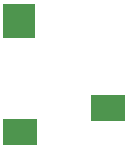
<source format=gbs>
G04*
G04 #@! TF.GenerationSoftware,Altium Limited,Altium Designer,23.8.1 (32)*
G04*
G04 Layer_Color=16711935*
%FSLAX25Y25*%
%MOIN*%
G70*
G04*
G04 #@! TF.SameCoordinates,69CDD0E5-7439-40E5-B8CE-76B83E1F4441*
G04*
G04*
G04 #@! TF.FilePolarity,Negative*
G04*
G01*
G75*
%ADD14C,0.00394*%
%ADD19R,0.11417X0.09055*%
%ADD20R,0.10630X0.11417*%
D14*
X0Y-111319D02*
D03*
Y-83760D02*
D03*
D19*
X14567Y-107776D02*
D03*
X-14567Y-115650D02*
D03*
D20*
X-14961Y-78642D02*
D03*
M02*

</source>
